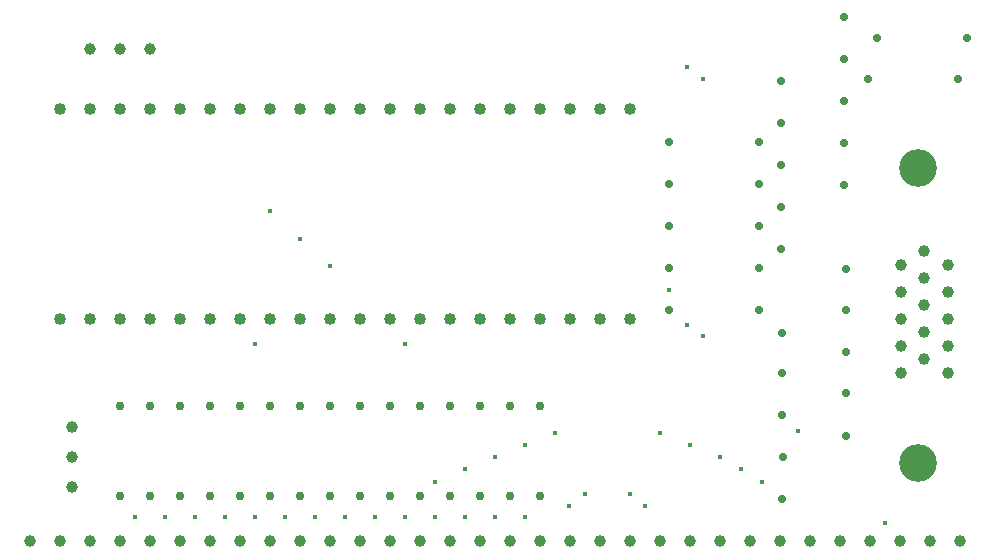
<source format=gbr>
%TF.GenerationSoftware,KiCad,Pcbnew,7.0.8*%
%TF.CreationDate,2024-01-16T07:15:15+01:00*%
%TF.ProjectId,Sorbus-VGA,536f7262-7573-42d5-9647-412e6b696361,rev?*%
%TF.SameCoordinates,Original*%
%TF.FileFunction,Plated,1,2,PTH,Drill*%
%TF.FilePolarity,Positive*%
%FSLAX46Y46*%
G04 Gerber Fmt 4.6, Leading zero omitted, Abs format (unit mm)*
G04 Created by KiCad (PCBNEW 7.0.8) date 2024-01-16 07:15:15*
%MOMM*%
%LPD*%
G01*
G04 APERTURE LIST*
%TA.AperFunction,ViaDrill*%
%ADD10C,0.400000*%
%TD*%
%TA.AperFunction,ComponentDrill*%
%ADD11C,0.700000*%
%TD*%
%TA.AperFunction,ComponentDrill*%
%ADD12C,0.750000*%
%TD*%
%TA.AperFunction,ComponentDrill*%
%ADD13C,1.000000*%
%TD*%
%TA.AperFunction,ComponentDrill*%
%ADD14C,1.020000*%
%TD*%
%TA.AperFunction,ComponentDrill*%
%ADD15C,3.200000*%
%TD*%
G04 APERTURE END LIST*
D10*
X42418000Y-74168000D03*
X44958000Y-74168000D03*
X47498000Y-74168000D03*
X50038000Y-74168000D03*
X52578000Y-59563000D03*
X52578000Y-74168000D03*
X53847996Y-48260000D03*
X55118000Y-74168000D03*
X56388000Y-50673000D03*
X57658000Y-74168000D03*
X58928000Y-52959000D03*
X60198000Y-74168000D03*
X62738000Y-74168000D03*
X65278000Y-59563000D03*
X65278000Y-74168000D03*
X67818000Y-71247000D03*
X67818000Y-74168000D03*
X70358000Y-74168000D03*
X70358004Y-70104000D03*
X72898000Y-69087994D03*
X72898000Y-74168000D03*
X75437997Y-68072000D03*
X75438000Y-74168000D03*
X77978000Y-67056000D03*
X79206551Y-73279000D03*
X80518000Y-72263000D03*
X84328000Y-72263000D03*
X85598000Y-73278992D03*
X86867994Y-67056000D03*
X87630000Y-54991000D03*
X89154000Y-36068010D03*
X89154000Y-57917279D03*
X89408000Y-68072000D03*
X90551000Y-37084000D03*
X90551000Y-58838000D03*
X91948000Y-69088000D03*
X93726000Y-70104000D03*
X95504000Y-71247000D03*
X98552000Y-66929000D03*
X105918000Y-74676000D03*
D11*
%TO.C,R10*%
X87630000Y-42418000D03*
%TO.C,R9*%
X87630000Y-45974000D03*
%TO.C,R8*%
X87630000Y-49530000D03*
%TO.C,R7*%
X87630000Y-53086000D03*
%TO.C,R6*%
X87630000Y-56642000D03*
%TO.C,R10*%
X95250000Y-42418000D03*
%TO.C,R9*%
X95250000Y-45974000D03*
%TO.C,R8*%
X95250000Y-49530000D03*
%TO.C,R7*%
X95250000Y-53086000D03*
%TO.C,R6*%
X95250000Y-56642000D03*
%TO.C,R5*%
X97127924Y-37238077D03*
%TO.C,R4*%
X97127924Y-40794077D03*
%TO.C,R3*%
X97127924Y-44350077D03*
%TO.C,R2*%
X97127924Y-47906077D03*
%TO.C,R1*%
X97127924Y-51462077D03*
%TO.C,R11*%
X97227846Y-58574077D03*
%TO.C,R12*%
X97227846Y-62030154D03*
%TO.C,R13*%
X97227846Y-65586154D03*
%TO.C,R15*%
X97227846Y-72698154D03*
%TO.C,R14*%
X97282000Y-69088000D03*
%TO.C,R5*%
X102516078Y-31849923D03*
%TO.C,R4*%
X102516078Y-35405923D03*
%TO.C,R3*%
X102516078Y-38961923D03*
%TO.C,R2*%
X102516078Y-42517923D03*
%TO.C,R1*%
X102516078Y-46073923D03*
%TO.C,R11*%
X102616000Y-53185923D03*
%TO.C,R12*%
X102616000Y-56642000D03*
%TO.C,R13*%
X102616000Y-60198000D03*
%TO.C,R15*%
X102616000Y-67310000D03*
%TO.C,R14*%
X102670154Y-63699846D03*
%TO.C,R16*%
X104521000Y-37084000D03*
%TO.C,R17*%
X105283000Y-33655000D03*
%TO.C,R16*%
X112141000Y-37084000D03*
%TO.C,R17*%
X112903000Y-33655000D03*
D12*
%TO.C,D1*%
X41146000Y-64765000D03*
X41146000Y-72385000D03*
%TO.C,D2*%
X43688000Y-64765000D03*
X43688000Y-72385000D03*
%TO.C,D3*%
X46228000Y-64765000D03*
X46228000Y-72385000D03*
%TO.C,D4*%
X48768000Y-64765000D03*
X48768000Y-72385000D03*
%TO.C,D5*%
X51308000Y-64765000D03*
X51308000Y-72385000D03*
%TO.C,D6*%
X53848000Y-64765000D03*
X53848000Y-72385000D03*
%TO.C,D7*%
X56388000Y-64765000D03*
X56388000Y-72385000D03*
%TO.C,D8*%
X58928000Y-64765000D03*
X58928000Y-72385000D03*
%TO.C,D9*%
X61468000Y-64765000D03*
X61468000Y-72385000D03*
%TO.C,D10*%
X64008000Y-64765000D03*
X64008000Y-72385000D03*
%TO.C,D11*%
X66548000Y-64765000D03*
X66548000Y-72385000D03*
%TO.C,D12*%
X69088000Y-64765000D03*
X69088000Y-72385000D03*
%TO.C,D13*%
X71628000Y-64765000D03*
X71628000Y-72385000D03*
%TO.C,D14*%
X74168000Y-64765000D03*
X74168000Y-72385000D03*
%TO.C,D15*%
X76708000Y-64765000D03*
X76708000Y-72385000D03*
D13*
%TO.C,J1*%
X33528000Y-76200000D03*
X36068000Y-76200000D03*
%TO.C,J3*%
X37084000Y-66548000D03*
X37084000Y-69088000D03*
X37084000Y-71628000D03*
%TO.C,J4*%
X38608000Y-34544000D03*
%TO.C,J1*%
X38608000Y-76200000D03*
%TO.C,J4*%
X41148000Y-34544000D03*
%TO.C,J1*%
X41148000Y-76200000D03*
%TO.C,J4*%
X43688000Y-34544000D03*
%TO.C,J1*%
X43688000Y-76200000D03*
X46228000Y-76200000D03*
X48768000Y-76200000D03*
X51308000Y-76200000D03*
X53848000Y-76200000D03*
X56388000Y-76200000D03*
X58928000Y-76200000D03*
X61468000Y-76200000D03*
X64008000Y-76200000D03*
X66548000Y-76200000D03*
X69088000Y-76200000D03*
X71628000Y-76200000D03*
X74168000Y-76200000D03*
X76708000Y-76200000D03*
X79248000Y-76200000D03*
X81788000Y-76200000D03*
X84328000Y-76200000D03*
X86868000Y-76200000D03*
X89408000Y-76200000D03*
X91948000Y-76200000D03*
X94488000Y-76200000D03*
X97028000Y-76200000D03*
X99568000Y-76200000D03*
X102108000Y-76200000D03*
X104648000Y-76200000D03*
X107188000Y-76200000D03*
%TO.C,J2*%
X107292000Y-52816000D03*
X107292000Y-55106000D03*
X107292000Y-57396000D03*
X107292000Y-59686000D03*
X107292000Y-61976000D03*
X109272000Y-51671000D03*
X109272000Y-53961000D03*
X109272000Y-56251000D03*
X109272000Y-58541000D03*
X109272000Y-60831000D03*
%TO.C,J1*%
X109728000Y-76200000D03*
%TO.C,J2*%
X111252000Y-52816000D03*
X111252000Y-55106000D03*
X111252000Y-57396000D03*
X111252000Y-59686000D03*
X111252000Y-61976000D03*
%TO.C,J1*%
X112268000Y-76200000D03*
D14*
%TO.C,U1*%
X36068000Y-39624000D03*
X36068000Y-57404000D03*
X38608000Y-39624000D03*
X38608000Y-57404000D03*
X41148000Y-39624000D03*
X41148000Y-57404000D03*
X43688000Y-39624000D03*
X43688000Y-57404000D03*
X46228000Y-39624000D03*
X46228000Y-57404000D03*
X48768000Y-39624000D03*
X48768000Y-57404000D03*
X51308000Y-39624000D03*
X51308000Y-57404000D03*
X53848000Y-39624000D03*
X53848000Y-57404000D03*
X56388000Y-39624000D03*
X56388000Y-57404000D03*
X58928000Y-39624000D03*
X58928000Y-57404000D03*
X61468000Y-39624000D03*
X61468000Y-57404000D03*
X64008000Y-39624000D03*
X64008000Y-57404000D03*
X66548000Y-39624000D03*
X66548000Y-57404000D03*
X69088000Y-39624000D03*
X69088000Y-57404000D03*
X71628000Y-39624000D03*
X71628000Y-57404000D03*
X74168000Y-39624000D03*
X74168000Y-57404000D03*
X76708000Y-39624000D03*
X76708000Y-57404000D03*
X79248000Y-39624000D03*
X79248000Y-57404000D03*
X81788000Y-39624000D03*
X81788000Y-57404000D03*
X84328000Y-39624000D03*
X84328000Y-57404000D03*
D15*
%TO.C,J2*%
X108712000Y-44631000D03*
X108712000Y-69631000D03*
M02*

</source>
